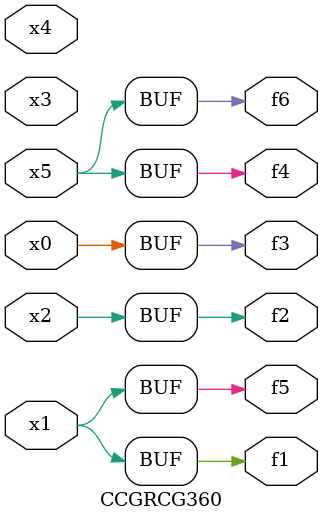
<source format=v>
module CCGRCG360(
	input x0, x1, x2, x3, x4, x5,
	output f1, f2, f3, f4, f5, f6
);
	assign f1 = x1;
	assign f2 = x2;
	assign f3 = x0;
	assign f4 = x5;
	assign f5 = x1;
	assign f6 = x5;
endmodule

</source>
